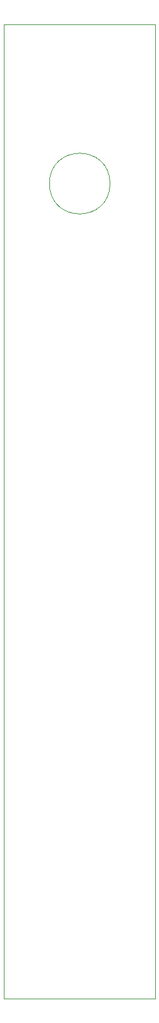
<source format=gm1>
%TF.GenerationSoftware,KiCad,Pcbnew,9.0.3*%
%TF.CreationDate,2026-01-03T20:15:17+00:00*%
%TF.ProjectId,input-panel-front-panel,696e7075-742d-4706-916e-656c2d66726f,rev?*%
%TF.SameCoordinates,Original*%
%TF.FileFunction,Profile,NP*%
%FSLAX46Y46*%
G04 Gerber Fmt 4.6, Leading zero omitted, Abs format (unit mm)*
G04 Created by KiCad (PCBNEW 9.0.3) date 2026-01-03 20:15:17*
%MOMM*%
%LPD*%
G01*
G04 APERTURE LIST*
%TA.AperFunction,Profile*%
%ADD10C,0.050000*%
%TD*%
G04 APERTURE END LIST*
D10*
X75000000Y-165000000D02*
X95000000Y-165000000D01*
X75000000Y-36500000D02*
X75000000Y-165000000D01*
X95000000Y-36500000D02*
X75000000Y-36500000D01*
X95000000Y-165000000D02*
X95000000Y-36500000D01*
X89000000Y-57500000D02*
G75*
G02*
X81000000Y-57500000I-4000000J0D01*
G01*
X81000000Y-57500000D02*
G75*
G02*
X89000000Y-57500000I4000000J0D01*
G01*
M02*

</source>
